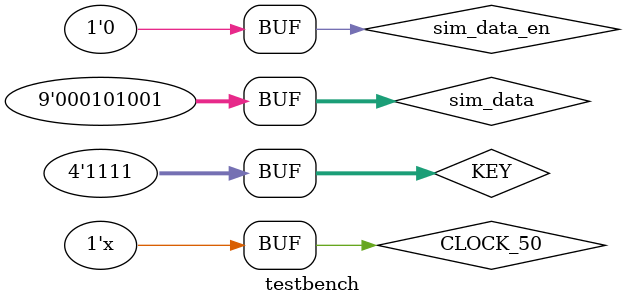
<source format=v>
`timescale 1ns/1ps
`default_nettype none

module testbench;

    reg CLOCK_50;
    reg [3:0] KEY;

    reg [8:0] sim_data;
    reg       sim_data_en;

    // Outputs
    wire [9:0] VGA_X;
    wire [8:0] VGA_Y;
    wire [23:0] VGA_COLOR;
    wire plot;

    wire [9:0] LEDR;
    wire [6:0] HEX0,HEX1,HEX2,HEX3,HEX4,HEX5;

    // Instantiate DUT
    step_sequencer DUT (
        .CLOCK_50   (CLOCK_50),
        .KEY        ({2'b00, KEY[0]}),

        .LEDR       (LEDR),
        .HEX0       (HEX0),
        .HEX1       (HEX1),
        .HEX2       (HEX2),
        .HEX3       (HEX3),
        .HEX4       (HEX4),
        .HEX5       (HEX5),

        .sim_data   (sim_data),
        .sim_data_en(sim_data_en)
    );

    // 50 MHz clock
    always #10 CLOCK_50 = ~CLOCK_50;

    //---------------------------------------------------------
    // Helper task to send scan codes
    //---------------------------------------------------------
    task send_scancode(input [7:0] code);
    begin
        sim_data     = code;
        sim_data_en  = 1;
        #20;
        sim_data_en  = 0;
        #80;
    end
    endtask


    initial begin
        // Init
        CLOCK_50   = 0;
        KEY        = 4'b1111;
        sim_data   = 8'h00;
        sim_data_en= 0;

        // Reset
        #5;
        KEY[0] = 0;
        #100;
        KEY[0] = 1;
        #200;

        // -----------------------------------------------------
        // b 9 9 9 Enter   l 1 Enter   m Space —— long wait —— Enter Space
        // -----------------------------------------------------
        // l
        send_scancode(8'h4B);

        // 1
        send_scancode(8'h16);

        // Enter
        send_scancode(8'h5A);

        // b
        send_scancode(8'h32);

        // 999
        send_scancode(8'h46);
        send_scancode(8'h46);
        send_scancode(8'h46);

        // Enter
        send_scancode(8'h5A);
        #10000;

        // m
        send_scancode(8'h3A);

        // right down space
        send_scancode(8'h23);
        #10000;
        send_scancode(8'h1B);
        #10000;
        send_scancode(8'h29);

        send_scancode(8'h5A);

        send_scancode(8'h29);

        // >>> Long delay here <<<
        //#20000;    // adjust as needed
        #50000;

    end

endmodule
</source>
